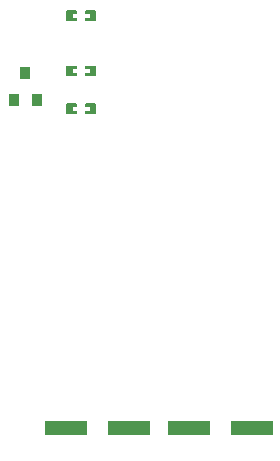
<source format=gbp>
G04 Layer: BottomPasteMaskLayer*
G04 EasyEDA v6.5.28, 2023-05-12 23:13:51*
G04 2c4de912aade46c3ae8d467baab15760,9779bb66b829476cac46641fb3e7303a,10*
G04 Gerber Generator version 0.2*
G04 Scale: 100 percent, Rotated: No, Reflected: No *
G04 Dimensions in inches *
G04 leading zeros omitted , absolute positions ,3 integer and 6 decimal *
%FSLAX36Y36*%
%MOIN*%

%AMMACRO1*21,1,$1,$2,0,0,$3*%
%ADD10MACRO1,0.1378X0.0472X0.0000*%
%ADD11MACRO1,0.0394X0.0315X90.0000*%

%LPD*%
G36*
X817960Y2347720D02*
G01*
X815980Y2345740D01*
X815980Y2314260D01*
X817960Y2312280D01*
X849440Y2312280D01*
X851420Y2314260D01*
X851420Y2323780D01*
X836860Y2323780D01*
X836860Y2336780D01*
X851420Y2336780D01*
X851420Y2345740D01*
X849440Y2347720D01*
G37*
G36*
X880939Y2347720D02*
G01*
X878980Y2345740D01*
X878980Y2336780D01*
X893940Y2336780D01*
X893940Y2323780D01*
X878980Y2323780D01*
X878980Y2314260D01*
X880939Y2312280D01*
X912039Y2312280D01*
X914020Y2314260D01*
X914020Y2345740D01*
X912039Y2347720D01*
G37*
G36*
X817960Y2222720D02*
G01*
X815980Y2220740D01*
X815980Y2189260D01*
X817960Y2187280D01*
X849440Y2187280D01*
X851420Y2189260D01*
X851420Y2198780D01*
X836860Y2198780D01*
X836860Y2211780D01*
X851420Y2211780D01*
X851420Y2220740D01*
X849440Y2222720D01*
G37*
G36*
X880939Y2222720D02*
G01*
X878980Y2220740D01*
X878980Y2211780D01*
X893940Y2211780D01*
X893940Y2198780D01*
X878980Y2198780D01*
X878980Y2189260D01*
X880939Y2187280D01*
X912039Y2187280D01*
X914020Y2189260D01*
X914020Y2220740D01*
X912039Y2222720D01*
G37*
G36*
X817960Y2532720D02*
G01*
X815980Y2530740D01*
X815980Y2499260D01*
X817960Y2497280D01*
X849440Y2497280D01*
X851420Y2499260D01*
X851420Y2508780D01*
X836860Y2508780D01*
X836860Y2521780D01*
X851420Y2521780D01*
X851420Y2530740D01*
X849440Y2532720D01*
G37*
G36*
X880939Y2532720D02*
G01*
X878980Y2530740D01*
X878980Y2521780D01*
X893940Y2521780D01*
X893940Y2508780D01*
X878980Y2508780D01*
X878980Y2499260D01*
X880939Y2497280D01*
X912039Y2497280D01*
X914020Y2499260D01*
X914020Y2530740D01*
X912039Y2532720D01*
G37*
D10*
G01*
X1025119Y1140000D03*
G01*
X814879Y1140000D03*
G01*
X1224882Y1140000D03*
G01*
X1435117Y1140000D03*
D11*
G01*
X642598Y2234724D03*
G01*
X679997Y2325275D03*
G01*
X717401Y2234724D03*
M02*

</source>
